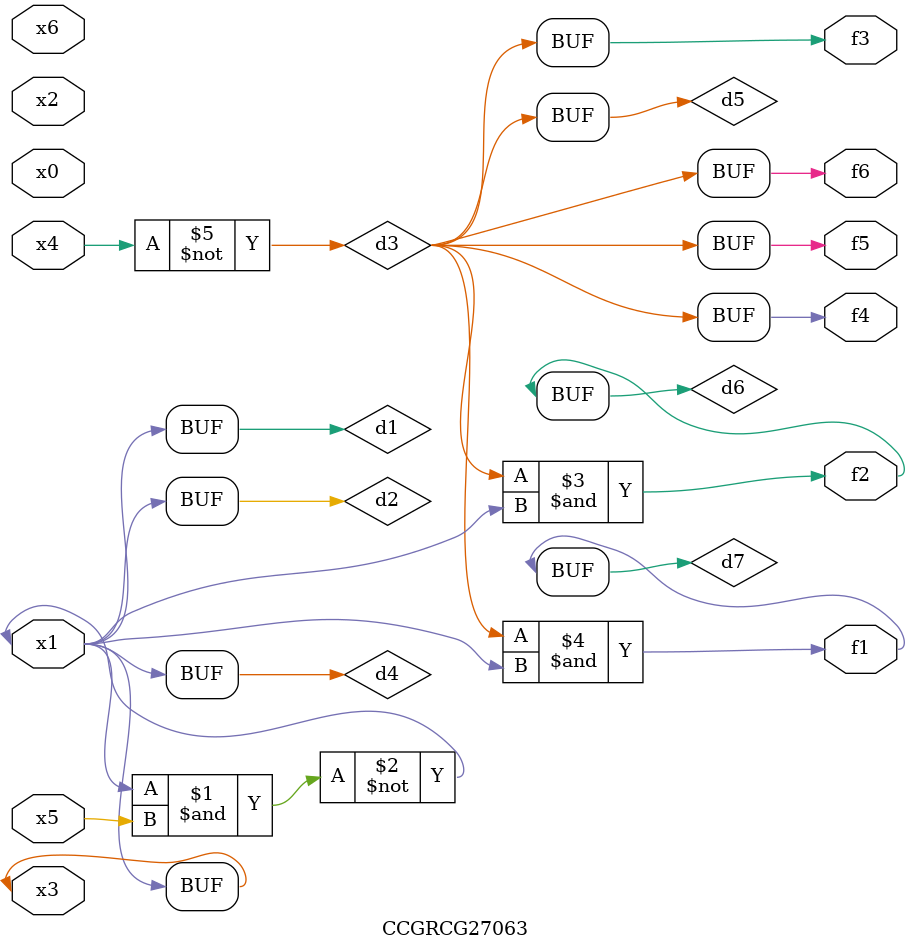
<source format=v>
module CCGRCG27063(
	input x0, x1, x2, x3, x4, x5, x6,
	output f1, f2, f3, f4, f5, f6
);

	wire d1, d2, d3, d4, d5, d6, d7;

	buf (d1, x1, x3);
	nand (d2, x1, x5);
	not (d3, x4);
	buf (d4, d1, d2);
	buf (d5, d3);
	and (d6, d3, d4);
	and (d7, d3, d4);
	assign f1 = d7;
	assign f2 = d6;
	assign f3 = d5;
	assign f4 = d5;
	assign f5 = d5;
	assign f6 = d5;
endmodule

</source>
